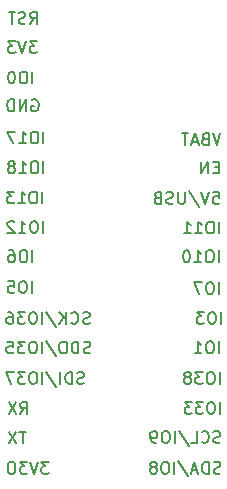
<source format=gbr>
%TF.GenerationSoftware,KiCad,Pcbnew,(5.1.9)-1*%
%TF.CreationDate,2021-03-23T20:34:14-07:00*%
%TF.ProjectId,Keyboard Proto,4b657962-6f61-4726-9420-50726f746f2e,rev?*%
%TF.SameCoordinates,Original*%
%TF.FileFunction,Legend,Bot*%
%TF.FilePolarity,Positive*%
%FSLAX46Y46*%
G04 Gerber Fmt 4.6, Leading zero omitted, Abs format (unit mm)*
G04 Created by KiCad (PCBNEW (5.1.9)-1) date 2021-03-23 20:34:14*
%MOMM*%
%LPD*%
G01*
G04 APERTURE LIST*
%ADD10C,0.150000*%
G04 APERTURE END LIST*
D10*
X114914157Y-69315080D02*
X114580823Y-70315080D01*
X114247490Y-69315080D01*
X113580823Y-69791271D02*
X113437966Y-69838890D01*
X113390347Y-69886509D01*
X113342728Y-69981747D01*
X113342728Y-70124604D01*
X113390347Y-70219842D01*
X113437966Y-70267461D01*
X113533204Y-70315080D01*
X113914157Y-70315080D01*
X113914157Y-69315080D01*
X113580823Y-69315080D01*
X113485585Y-69362700D01*
X113437966Y-69410319D01*
X113390347Y-69505557D01*
X113390347Y-69600795D01*
X113437966Y-69696033D01*
X113485585Y-69743652D01*
X113580823Y-69791271D01*
X113914157Y-69791271D01*
X112961776Y-70029366D02*
X112485585Y-70029366D01*
X113057014Y-70315080D02*
X112723680Y-69315080D01*
X112390347Y-70315080D01*
X112199871Y-69315080D02*
X111628442Y-69315080D01*
X111914157Y-70315080D02*
X111914157Y-69315080D01*
X114745995Y-72204271D02*
X114412661Y-72204271D01*
X114269804Y-72728080D02*
X114745995Y-72728080D01*
X114745995Y-71728080D01*
X114269804Y-71728080D01*
X113841233Y-72728080D02*
X113841233Y-71728080D01*
X113269804Y-72728080D01*
X113269804Y-71728080D01*
X114291785Y-74293480D02*
X114767976Y-74293480D01*
X114815595Y-74769671D01*
X114767976Y-74722052D01*
X114672738Y-74674433D01*
X114434642Y-74674433D01*
X114339404Y-74722052D01*
X114291785Y-74769671D01*
X114244166Y-74864909D01*
X114244166Y-75103004D01*
X114291785Y-75198242D01*
X114339404Y-75245861D01*
X114434642Y-75293480D01*
X114672738Y-75293480D01*
X114767976Y-75245861D01*
X114815595Y-75198242D01*
X113958452Y-74293480D02*
X113625119Y-75293480D01*
X113291785Y-74293480D01*
X112244166Y-74245861D02*
X113101309Y-75531576D01*
X111910833Y-74293480D02*
X111910833Y-75103004D01*
X111863214Y-75198242D01*
X111815595Y-75245861D01*
X111720357Y-75293480D01*
X111529880Y-75293480D01*
X111434642Y-75245861D01*
X111387023Y-75198242D01*
X111339404Y-75103004D01*
X111339404Y-74293480D01*
X110910833Y-75245861D02*
X110767976Y-75293480D01*
X110529880Y-75293480D01*
X110434642Y-75245861D01*
X110387023Y-75198242D01*
X110339404Y-75103004D01*
X110339404Y-75007766D01*
X110387023Y-74912528D01*
X110434642Y-74864909D01*
X110529880Y-74817290D01*
X110720357Y-74769671D01*
X110815595Y-74722052D01*
X110863214Y-74674433D01*
X110910833Y-74579195D01*
X110910833Y-74483957D01*
X110863214Y-74388719D01*
X110815595Y-74341100D01*
X110720357Y-74293480D01*
X110482261Y-74293480D01*
X110339404Y-74341100D01*
X109577500Y-74769671D02*
X109434642Y-74817290D01*
X109387023Y-74864909D01*
X109339404Y-74960147D01*
X109339404Y-75103004D01*
X109387023Y-75198242D01*
X109434642Y-75245861D01*
X109529880Y-75293480D01*
X109910833Y-75293480D01*
X109910833Y-74293480D01*
X109577500Y-74293480D01*
X109482261Y-74341100D01*
X109434642Y-74388719D01*
X109387023Y-74483957D01*
X109387023Y-74579195D01*
X109434642Y-74674433D01*
X109482261Y-74722052D01*
X109577500Y-74769671D01*
X109910833Y-74769671D01*
X114810990Y-77808080D02*
X114810990Y-76808080D01*
X114144323Y-76808080D02*
X113953847Y-76808080D01*
X113858609Y-76855700D01*
X113763371Y-76950938D01*
X113715752Y-77141414D01*
X113715752Y-77474747D01*
X113763371Y-77665223D01*
X113858609Y-77760461D01*
X113953847Y-77808080D01*
X114144323Y-77808080D01*
X114239561Y-77760461D01*
X114334800Y-77665223D01*
X114382419Y-77474747D01*
X114382419Y-77141414D01*
X114334800Y-76950938D01*
X114239561Y-76855700D01*
X114144323Y-76808080D01*
X112763371Y-77808080D02*
X113334800Y-77808080D01*
X113049085Y-77808080D02*
X113049085Y-76808080D01*
X113144323Y-76950938D01*
X113239561Y-77046176D01*
X113334800Y-77093795D01*
X111810990Y-77808080D02*
X112382419Y-77808080D01*
X112096704Y-77808080D02*
X112096704Y-76808080D01*
X112191942Y-76950938D01*
X112287180Y-77046176D01*
X112382419Y-77093795D01*
X114760190Y-80246480D02*
X114760190Y-79246480D01*
X114093523Y-79246480D02*
X113903047Y-79246480D01*
X113807809Y-79294100D01*
X113712571Y-79389338D01*
X113664952Y-79579814D01*
X113664952Y-79913147D01*
X113712571Y-80103623D01*
X113807809Y-80198861D01*
X113903047Y-80246480D01*
X114093523Y-80246480D01*
X114188761Y-80198861D01*
X114284000Y-80103623D01*
X114331619Y-79913147D01*
X114331619Y-79579814D01*
X114284000Y-79389338D01*
X114188761Y-79294100D01*
X114093523Y-79246480D01*
X112712571Y-80246480D02*
X113284000Y-80246480D01*
X112998285Y-80246480D02*
X112998285Y-79246480D01*
X113093523Y-79389338D01*
X113188761Y-79484576D01*
X113284000Y-79532195D01*
X112093523Y-79246480D02*
X111998285Y-79246480D01*
X111903047Y-79294100D01*
X111855428Y-79341719D01*
X111807809Y-79436957D01*
X111760190Y-79627433D01*
X111760190Y-79865528D01*
X111807809Y-80056004D01*
X111855428Y-80151242D01*
X111903047Y-80198861D01*
X111998285Y-80246480D01*
X112093523Y-80246480D01*
X112188761Y-80198861D01*
X112236380Y-80151242D01*
X112284000Y-80056004D01*
X112331619Y-79865528D01*
X112331619Y-79627433D01*
X112284000Y-79436957D01*
X112236380Y-79341719D01*
X112188761Y-79294100D01*
X112093523Y-79246480D01*
X114792000Y-82938880D02*
X114792000Y-81938880D01*
X114125333Y-81938880D02*
X113934857Y-81938880D01*
X113839619Y-81986500D01*
X113744380Y-82081738D01*
X113696761Y-82272214D01*
X113696761Y-82605547D01*
X113744380Y-82796023D01*
X113839619Y-82891261D01*
X113934857Y-82938880D01*
X114125333Y-82938880D01*
X114220571Y-82891261D01*
X114315809Y-82796023D01*
X114363428Y-82605547D01*
X114363428Y-82272214D01*
X114315809Y-82081738D01*
X114220571Y-81986500D01*
X114125333Y-81938880D01*
X113363428Y-81938880D02*
X112696761Y-81938880D01*
X113125333Y-82938880D01*
X114957100Y-85453480D02*
X114957100Y-84453480D01*
X114290433Y-84453480D02*
X114099957Y-84453480D01*
X114004719Y-84501100D01*
X113909480Y-84596338D01*
X113861861Y-84786814D01*
X113861861Y-85120147D01*
X113909480Y-85310623D01*
X114004719Y-85405861D01*
X114099957Y-85453480D01*
X114290433Y-85453480D01*
X114385671Y-85405861D01*
X114480909Y-85310623D01*
X114528528Y-85120147D01*
X114528528Y-84786814D01*
X114480909Y-84596338D01*
X114385671Y-84501100D01*
X114290433Y-84453480D01*
X113528528Y-84453480D02*
X112909480Y-84453480D01*
X113242814Y-84834433D01*
X113099957Y-84834433D01*
X113004719Y-84882052D01*
X112957100Y-84929671D01*
X112909480Y-85024909D01*
X112909480Y-85263004D01*
X112957100Y-85358242D01*
X113004719Y-85405861D01*
X113099957Y-85453480D01*
X113385671Y-85453480D01*
X113480909Y-85405861D01*
X113528528Y-85358242D01*
X114779300Y-87942680D02*
X114779300Y-86942680D01*
X114112633Y-86942680D02*
X113922157Y-86942680D01*
X113826919Y-86990300D01*
X113731680Y-87085538D01*
X113684061Y-87276014D01*
X113684061Y-87609347D01*
X113731680Y-87799823D01*
X113826919Y-87895061D01*
X113922157Y-87942680D01*
X114112633Y-87942680D01*
X114207871Y-87895061D01*
X114303109Y-87799823D01*
X114350728Y-87609347D01*
X114350728Y-87276014D01*
X114303109Y-87085538D01*
X114207871Y-86990300D01*
X114112633Y-86942680D01*
X112731680Y-87942680D02*
X113303109Y-87942680D01*
X113017395Y-87942680D02*
X113017395Y-86942680D01*
X113112633Y-87085538D01*
X113207871Y-87180776D01*
X113303109Y-87228395D01*
X114836390Y-90546180D02*
X114836390Y-89546180D01*
X114169723Y-89546180D02*
X113979247Y-89546180D01*
X113884009Y-89593800D01*
X113788771Y-89689038D01*
X113741152Y-89879514D01*
X113741152Y-90212847D01*
X113788771Y-90403323D01*
X113884009Y-90498561D01*
X113979247Y-90546180D01*
X114169723Y-90546180D01*
X114264961Y-90498561D01*
X114360200Y-90403323D01*
X114407819Y-90212847D01*
X114407819Y-89879514D01*
X114360200Y-89689038D01*
X114264961Y-89593800D01*
X114169723Y-89546180D01*
X113407819Y-89546180D02*
X112788771Y-89546180D01*
X113122104Y-89927133D01*
X112979247Y-89927133D01*
X112884009Y-89974752D01*
X112836390Y-90022371D01*
X112788771Y-90117609D01*
X112788771Y-90355704D01*
X112836390Y-90450942D01*
X112884009Y-90498561D01*
X112979247Y-90546180D01*
X113264961Y-90546180D01*
X113360200Y-90498561D01*
X113407819Y-90450942D01*
X112217342Y-89974752D02*
X112312580Y-89927133D01*
X112360200Y-89879514D01*
X112407819Y-89784276D01*
X112407819Y-89736657D01*
X112360200Y-89641419D01*
X112312580Y-89593800D01*
X112217342Y-89546180D01*
X112026866Y-89546180D01*
X111931628Y-89593800D01*
X111884009Y-89641419D01*
X111836390Y-89736657D01*
X111836390Y-89784276D01*
X111884009Y-89879514D01*
X111931628Y-89927133D01*
X112026866Y-89974752D01*
X112217342Y-89974752D01*
X112312580Y-90022371D01*
X112360200Y-90069990D01*
X112407819Y-90165228D01*
X112407819Y-90355704D01*
X112360200Y-90450942D01*
X112312580Y-90498561D01*
X112217342Y-90546180D01*
X112026866Y-90546180D01*
X111931628Y-90498561D01*
X111884009Y-90450942D01*
X111836390Y-90355704D01*
X111836390Y-90165228D01*
X111884009Y-90069990D01*
X111931628Y-90022371D01*
X112026866Y-89974752D01*
X114874490Y-93086180D02*
X114874490Y-92086180D01*
X114207823Y-92086180D02*
X114017347Y-92086180D01*
X113922109Y-92133800D01*
X113826871Y-92229038D01*
X113779252Y-92419514D01*
X113779252Y-92752847D01*
X113826871Y-92943323D01*
X113922109Y-93038561D01*
X114017347Y-93086180D01*
X114207823Y-93086180D01*
X114303061Y-93038561D01*
X114398300Y-92943323D01*
X114445919Y-92752847D01*
X114445919Y-92419514D01*
X114398300Y-92229038D01*
X114303061Y-92133800D01*
X114207823Y-92086180D01*
X113445919Y-92086180D02*
X112826871Y-92086180D01*
X113160204Y-92467133D01*
X113017347Y-92467133D01*
X112922109Y-92514752D01*
X112874490Y-92562371D01*
X112826871Y-92657609D01*
X112826871Y-92895704D01*
X112874490Y-92990942D01*
X112922109Y-93038561D01*
X113017347Y-93086180D01*
X113303061Y-93086180D01*
X113398300Y-93038561D01*
X113445919Y-92990942D01*
X112493538Y-92086180D02*
X111874490Y-92086180D01*
X112207823Y-92467133D01*
X112064966Y-92467133D01*
X111969728Y-92514752D01*
X111922109Y-92562371D01*
X111874490Y-92657609D01*
X111874490Y-92895704D01*
X111922109Y-92990942D01*
X111969728Y-93038561D01*
X112064966Y-93086180D01*
X112350680Y-93086180D01*
X112445919Y-93038561D01*
X112493538Y-92990942D01*
X114890180Y-95489661D02*
X114747323Y-95537280D01*
X114509228Y-95537280D01*
X114413990Y-95489661D01*
X114366371Y-95442042D01*
X114318752Y-95346804D01*
X114318752Y-95251566D01*
X114366371Y-95156328D01*
X114413990Y-95108709D01*
X114509228Y-95061090D01*
X114699704Y-95013471D01*
X114794942Y-94965852D01*
X114842561Y-94918233D01*
X114890180Y-94822995D01*
X114890180Y-94727757D01*
X114842561Y-94632519D01*
X114794942Y-94584900D01*
X114699704Y-94537280D01*
X114461609Y-94537280D01*
X114318752Y-94584900D01*
X113318752Y-95442042D02*
X113366371Y-95489661D01*
X113509228Y-95537280D01*
X113604466Y-95537280D01*
X113747323Y-95489661D01*
X113842561Y-95394423D01*
X113890180Y-95299185D01*
X113937800Y-95108709D01*
X113937800Y-94965852D01*
X113890180Y-94775376D01*
X113842561Y-94680138D01*
X113747323Y-94584900D01*
X113604466Y-94537280D01*
X113509228Y-94537280D01*
X113366371Y-94584900D01*
X113318752Y-94632519D01*
X112413990Y-95537280D02*
X112890180Y-95537280D01*
X112890180Y-94537280D01*
X111366371Y-94489661D02*
X112223514Y-95775376D01*
X111033038Y-95537280D02*
X111033038Y-94537280D01*
X110366371Y-94537280D02*
X110175895Y-94537280D01*
X110080657Y-94584900D01*
X109985419Y-94680138D01*
X109937800Y-94870614D01*
X109937800Y-95203947D01*
X109985419Y-95394423D01*
X110080657Y-95489661D01*
X110175895Y-95537280D01*
X110366371Y-95537280D01*
X110461609Y-95489661D01*
X110556847Y-95394423D01*
X110604466Y-95203947D01*
X110604466Y-94870614D01*
X110556847Y-94680138D01*
X110461609Y-94584900D01*
X110366371Y-94537280D01*
X109461609Y-95537280D02*
X109271133Y-95537280D01*
X109175895Y-95489661D01*
X109128276Y-95442042D01*
X109033038Y-95299185D01*
X108985419Y-95108709D01*
X108985419Y-94727757D01*
X109033038Y-94632519D01*
X109080657Y-94584900D01*
X109175895Y-94537280D01*
X109366371Y-94537280D01*
X109461609Y-94584900D01*
X109509228Y-94632519D01*
X109556847Y-94727757D01*
X109556847Y-94965852D01*
X109509228Y-95061090D01*
X109461609Y-95108709D01*
X109366371Y-95156328D01*
X109175895Y-95156328D01*
X109080657Y-95108709D01*
X109033038Y-95061090D01*
X108985419Y-94965852D01*
X114901290Y-98093161D02*
X114758433Y-98140780D01*
X114520338Y-98140780D01*
X114425100Y-98093161D01*
X114377480Y-98045542D01*
X114329861Y-97950304D01*
X114329861Y-97855066D01*
X114377480Y-97759828D01*
X114425100Y-97712209D01*
X114520338Y-97664590D01*
X114710814Y-97616971D01*
X114806052Y-97569352D01*
X114853671Y-97521733D01*
X114901290Y-97426495D01*
X114901290Y-97331257D01*
X114853671Y-97236019D01*
X114806052Y-97188400D01*
X114710814Y-97140780D01*
X114472719Y-97140780D01*
X114329861Y-97188400D01*
X113901290Y-98140780D02*
X113901290Y-97140780D01*
X113663195Y-97140780D01*
X113520338Y-97188400D01*
X113425100Y-97283638D01*
X113377480Y-97378876D01*
X113329861Y-97569352D01*
X113329861Y-97712209D01*
X113377480Y-97902685D01*
X113425100Y-97997923D01*
X113520338Y-98093161D01*
X113663195Y-98140780D01*
X113901290Y-98140780D01*
X112948909Y-97855066D02*
X112472719Y-97855066D01*
X113044147Y-98140780D02*
X112710814Y-97140780D01*
X112377480Y-98140780D01*
X111329861Y-97093161D02*
X112187004Y-98378876D01*
X110996528Y-98140780D02*
X110996528Y-97140780D01*
X110329861Y-97140780D02*
X110139385Y-97140780D01*
X110044147Y-97188400D01*
X109948909Y-97283638D01*
X109901290Y-97474114D01*
X109901290Y-97807447D01*
X109948909Y-97997923D01*
X110044147Y-98093161D01*
X110139385Y-98140780D01*
X110329861Y-98140780D01*
X110425100Y-98093161D01*
X110520338Y-97997923D01*
X110567957Y-97807447D01*
X110567957Y-97474114D01*
X110520338Y-97283638D01*
X110425100Y-97188400D01*
X110329861Y-97140780D01*
X109329861Y-97569352D02*
X109425100Y-97521733D01*
X109472719Y-97474114D01*
X109520338Y-97378876D01*
X109520338Y-97331257D01*
X109472719Y-97236019D01*
X109425100Y-97188400D01*
X109329861Y-97140780D01*
X109139385Y-97140780D01*
X109044147Y-97188400D01*
X108996528Y-97236019D01*
X108948909Y-97331257D01*
X108948909Y-97378876D01*
X108996528Y-97474114D01*
X109044147Y-97521733D01*
X109139385Y-97569352D01*
X109329861Y-97569352D01*
X109425100Y-97616971D01*
X109472719Y-97664590D01*
X109520338Y-97759828D01*
X109520338Y-97950304D01*
X109472719Y-98045542D01*
X109425100Y-98093161D01*
X109329861Y-98140780D01*
X109139385Y-98140780D01*
X109044147Y-98093161D01*
X108996528Y-98045542D01*
X108948909Y-97950304D01*
X108948909Y-97759828D01*
X108996528Y-97664590D01*
X109044147Y-97616971D01*
X109139385Y-97569352D01*
X100364704Y-97140780D02*
X99745657Y-97140780D01*
X100078990Y-97521733D01*
X99936133Y-97521733D01*
X99840895Y-97569352D01*
X99793276Y-97616971D01*
X99745657Y-97712209D01*
X99745657Y-97950304D01*
X99793276Y-98045542D01*
X99840895Y-98093161D01*
X99936133Y-98140780D01*
X100221847Y-98140780D01*
X100317085Y-98093161D01*
X100364704Y-98045542D01*
X99459942Y-97140780D02*
X99126609Y-98140780D01*
X98793276Y-97140780D01*
X98555180Y-97140780D02*
X97936133Y-97140780D01*
X98269466Y-97521733D01*
X98126609Y-97521733D01*
X98031371Y-97569352D01*
X97983752Y-97616971D01*
X97936133Y-97712209D01*
X97936133Y-97950304D01*
X97983752Y-98045542D01*
X98031371Y-98093161D01*
X98126609Y-98140780D01*
X98412323Y-98140780D01*
X98507561Y-98093161D01*
X98555180Y-98045542D01*
X97317085Y-97140780D02*
X97126609Y-97140780D01*
X97031371Y-97188400D01*
X96936133Y-97283638D01*
X96888514Y-97474114D01*
X96888514Y-97807447D01*
X96936133Y-97997923D01*
X97031371Y-98093161D01*
X97126609Y-98140780D01*
X97317085Y-98140780D01*
X97412323Y-98093161D01*
X97507561Y-97997923D01*
X97555180Y-97807447D01*
X97555180Y-97474114D01*
X97507561Y-97283638D01*
X97412323Y-97188400D01*
X97317085Y-97140780D01*
X98450304Y-94575380D02*
X97878876Y-94575380D01*
X98164590Y-95575380D02*
X98164590Y-94575380D01*
X97640780Y-94575380D02*
X96974114Y-95575380D01*
X96974114Y-94575380D02*
X97640780Y-95575380D01*
X97969366Y-93073480D02*
X98302700Y-92597290D01*
X98540795Y-93073480D02*
X98540795Y-92073480D01*
X98159842Y-92073480D01*
X98064604Y-92121100D01*
X98016985Y-92168719D01*
X97969366Y-92263957D01*
X97969366Y-92406814D01*
X98016985Y-92502052D01*
X98064604Y-92549671D01*
X98159842Y-92597290D01*
X98540795Y-92597290D01*
X97636033Y-92073480D02*
X96969366Y-93073480D01*
X96969366Y-92073480D02*
X97636033Y-93073480D01*
X103350604Y-90498561D02*
X103207747Y-90546180D01*
X102969652Y-90546180D01*
X102874414Y-90498561D01*
X102826795Y-90450942D01*
X102779176Y-90355704D01*
X102779176Y-90260466D01*
X102826795Y-90165228D01*
X102874414Y-90117609D01*
X102969652Y-90069990D01*
X103160128Y-90022371D01*
X103255366Y-89974752D01*
X103302985Y-89927133D01*
X103350604Y-89831895D01*
X103350604Y-89736657D01*
X103302985Y-89641419D01*
X103255366Y-89593800D01*
X103160128Y-89546180D01*
X102922033Y-89546180D01*
X102779176Y-89593800D01*
X102350604Y-90546180D02*
X102350604Y-89546180D01*
X102112509Y-89546180D01*
X101969652Y-89593800D01*
X101874414Y-89689038D01*
X101826795Y-89784276D01*
X101779176Y-89974752D01*
X101779176Y-90117609D01*
X101826795Y-90308085D01*
X101874414Y-90403323D01*
X101969652Y-90498561D01*
X102112509Y-90546180D01*
X102350604Y-90546180D01*
X101350604Y-90546180D02*
X101350604Y-89546180D01*
X100160128Y-89498561D02*
X101017271Y-90784276D01*
X99826795Y-90546180D02*
X99826795Y-89546180D01*
X99160128Y-89546180D02*
X98969652Y-89546180D01*
X98874414Y-89593800D01*
X98779176Y-89689038D01*
X98731557Y-89879514D01*
X98731557Y-90212847D01*
X98779176Y-90403323D01*
X98874414Y-90498561D01*
X98969652Y-90546180D01*
X99160128Y-90546180D01*
X99255366Y-90498561D01*
X99350604Y-90403323D01*
X99398223Y-90212847D01*
X99398223Y-89879514D01*
X99350604Y-89689038D01*
X99255366Y-89593800D01*
X99160128Y-89546180D01*
X98398223Y-89546180D02*
X97779176Y-89546180D01*
X98112509Y-89927133D01*
X97969652Y-89927133D01*
X97874414Y-89974752D01*
X97826795Y-90022371D01*
X97779176Y-90117609D01*
X97779176Y-90355704D01*
X97826795Y-90450942D01*
X97874414Y-90498561D01*
X97969652Y-90546180D01*
X98255366Y-90546180D01*
X98350604Y-90498561D01*
X98398223Y-90450942D01*
X97445842Y-89546180D02*
X96779176Y-89546180D01*
X97207747Y-90546180D01*
X103890319Y-87907761D02*
X103747461Y-87955380D01*
X103509366Y-87955380D01*
X103414128Y-87907761D01*
X103366509Y-87860142D01*
X103318890Y-87764904D01*
X103318890Y-87669666D01*
X103366509Y-87574428D01*
X103414128Y-87526809D01*
X103509366Y-87479190D01*
X103699842Y-87431571D01*
X103795080Y-87383952D01*
X103842700Y-87336333D01*
X103890319Y-87241095D01*
X103890319Y-87145857D01*
X103842700Y-87050619D01*
X103795080Y-87003000D01*
X103699842Y-86955380D01*
X103461747Y-86955380D01*
X103318890Y-87003000D01*
X102890319Y-87955380D02*
X102890319Y-86955380D01*
X102652223Y-86955380D01*
X102509366Y-87003000D01*
X102414128Y-87098238D01*
X102366509Y-87193476D01*
X102318890Y-87383952D01*
X102318890Y-87526809D01*
X102366509Y-87717285D01*
X102414128Y-87812523D01*
X102509366Y-87907761D01*
X102652223Y-87955380D01*
X102890319Y-87955380D01*
X101699842Y-86955380D02*
X101509366Y-86955380D01*
X101414128Y-87003000D01*
X101318890Y-87098238D01*
X101271271Y-87288714D01*
X101271271Y-87622047D01*
X101318890Y-87812523D01*
X101414128Y-87907761D01*
X101509366Y-87955380D01*
X101699842Y-87955380D01*
X101795080Y-87907761D01*
X101890319Y-87812523D01*
X101937938Y-87622047D01*
X101937938Y-87288714D01*
X101890319Y-87098238D01*
X101795080Y-87003000D01*
X101699842Y-86955380D01*
X100128414Y-86907761D02*
X100985557Y-88193476D01*
X99795080Y-87955380D02*
X99795080Y-86955380D01*
X99128414Y-86955380D02*
X98937938Y-86955380D01*
X98842700Y-87003000D01*
X98747461Y-87098238D01*
X98699842Y-87288714D01*
X98699842Y-87622047D01*
X98747461Y-87812523D01*
X98842700Y-87907761D01*
X98937938Y-87955380D01*
X99128414Y-87955380D01*
X99223652Y-87907761D01*
X99318890Y-87812523D01*
X99366509Y-87622047D01*
X99366509Y-87288714D01*
X99318890Y-87098238D01*
X99223652Y-87003000D01*
X99128414Y-86955380D01*
X98366509Y-86955380D02*
X97747461Y-86955380D01*
X98080795Y-87336333D01*
X97937938Y-87336333D01*
X97842700Y-87383952D01*
X97795080Y-87431571D01*
X97747461Y-87526809D01*
X97747461Y-87764904D01*
X97795080Y-87860142D01*
X97842700Y-87907761D01*
X97937938Y-87955380D01*
X98223652Y-87955380D01*
X98318890Y-87907761D01*
X98366509Y-87860142D01*
X96842700Y-86955380D02*
X97318890Y-86955380D01*
X97366509Y-87431571D01*
X97318890Y-87383952D01*
X97223652Y-87336333D01*
X96985557Y-87336333D01*
X96890319Y-87383952D01*
X96842700Y-87431571D01*
X96795080Y-87526809D01*
X96795080Y-87764904D01*
X96842700Y-87860142D01*
X96890319Y-87907761D01*
X96985557Y-87955380D01*
X97223652Y-87955380D01*
X97318890Y-87907761D01*
X97366509Y-87860142D01*
X103841109Y-85418561D02*
X103698252Y-85466180D01*
X103460157Y-85466180D01*
X103364919Y-85418561D01*
X103317300Y-85370942D01*
X103269680Y-85275704D01*
X103269680Y-85180466D01*
X103317300Y-85085228D01*
X103364919Y-85037609D01*
X103460157Y-84989990D01*
X103650633Y-84942371D01*
X103745871Y-84894752D01*
X103793490Y-84847133D01*
X103841109Y-84751895D01*
X103841109Y-84656657D01*
X103793490Y-84561419D01*
X103745871Y-84513800D01*
X103650633Y-84466180D01*
X103412538Y-84466180D01*
X103269680Y-84513800D01*
X102269680Y-85370942D02*
X102317300Y-85418561D01*
X102460157Y-85466180D01*
X102555395Y-85466180D01*
X102698252Y-85418561D01*
X102793490Y-85323323D01*
X102841109Y-85228085D01*
X102888728Y-85037609D01*
X102888728Y-84894752D01*
X102841109Y-84704276D01*
X102793490Y-84609038D01*
X102698252Y-84513800D01*
X102555395Y-84466180D01*
X102460157Y-84466180D01*
X102317300Y-84513800D01*
X102269680Y-84561419D01*
X101841109Y-85466180D02*
X101841109Y-84466180D01*
X101269680Y-85466180D02*
X101698252Y-84894752D01*
X101269680Y-84466180D02*
X101841109Y-85037609D01*
X100126823Y-84418561D02*
X100983966Y-85704276D01*
X99793490Y-85466180D02*
X99793490Y-84466180D01*
X99126823Y-84466180D02*
X98936347Y-84466180D01*
X98841109Y-84513800D01*
X98745871Y-84609038D01*
X98698252Y-84799514D01*
X98698252Y-85132847D01*
X98745871Y-85323323D01*
X98841109Y-85418561D01*
X98936347Y-85466180D01*
X99126823Y-85466180D01*
X99222061Y-85418561D01*
X99317300Y-85323323D01*
X99364919Y-85132847D01*
X99364919Y-84799514D01*
X99317300Y-84609038D01*
X99222061Y-84513800D01*
X99126823Y-84466180D01*
X98364919Y-84466180D02*
X97745871Y-84466180D01*
X98079204Y-84847133D01*
X97936347Y-84847133D01*
X97841109Y-84894752D01*
X97793490Y-84942371D01*
X97745871Y-85037609D01*
X97745871Y-85275704D01*
X97793490Y-85370942D01*
X97841109Y-85418561D01*
X97936347Y-85466180D01*
X98222061Y-85466180D01*
X98317300Y-85418561D01*
X98364919Y-85370942D01*
X96888728Y-84466180D02*
X97079204Y-84466180D01*
X97174442Y-84513800D01*
X97222061Y-84561419D01*
X97317300Y-84704276D01*
X97364919Y-84894752D01*
X97364919Y-85275704D01*
X97317300Y-85370942D01*
X97269680Y-85418561D01*
X97174442Y-85466180D01*
X96983966Y-85466180D01*
X96888728Y-85418561D01*
X96841109Y-85370942D01*
X96793490Y-85275704D01*
X96793490Y-85037609D01*
X96841109Y-84942371D01*
X96888728Y-84894752D01*
X96983966Y-84847133D01*
X97174442Y-84847133D01*
X97269680Y-84894752D01*
X97317300Y-84942371D01*
X97364919Y-85037609D01*
X98942400Y-82837280D02*
X98942400Y-81837280D01*
X98275733Y-81837280D02*
X98085257Y-81837280D01*
X97990019Y-81884900D01*
X97894780Y-81980138D01*
X97847161Y-82170614D01*
X97847161Y-82503947D01*
X97894780Y-82694423D01*
X97990019Y-82789661D01*
X98085257Y-82837280D01*
X98275733Y-82837280D01*
X98370971Y-82789661D01*
X98466209Y-82694423D01*
X98513828Y-82503947D01*
X98513828Y-82170614D01*
X98466209Y-81980138D01*
X98370971Y-81884900D01*
X98275733Y-81837280D01*
X96942400Y-81837280D02*
X97418590Y-81837280D01*
X97466209Y-82313471D01*
X97418590Y-82265852D01*
X97323352Y-82218233D01*
X97085257Y-82218233D01*
X96990019Y-82265852D01*
X96942400Y-82313471D01*
X96894780Y-82408709D01*
X96894780Y-82646804D01*
X96942400Y-82742042D01*
X96990019Y-82789661D01*
X97085257Y-82837280D01*
X97323352Y-82837280D01*
X97418590Y-82789661D01*
X97466209Y-82742042D01*
X98993200Y-80233780D02*
X98993200Y-79233780D01*
X98326533Y-79233780D02*
X98136057Y-79233780D01*
X98040819Y-79281400D01*
X97945580Y-79376638D01*
X97897961Y-79567114D01*
X97897961Y-79900447D01*
X97945580Y-80090923D01*
X98040819Y-80186161D01*
X98136057Y-80233780D01*
X98326533Y-80233780D01*
X98421771Y-80186161D01*
X98517009Y-80090923D01*
X98564628Y-79900447D01*
X98564628Y-79567114D01*
X98517009Y-79376638D01*
X98421771Y-79281400D01*
X98326533Y-79233780D01*
X97040819Y-79233780D02*
X97231295Y-79233780D01*
X97326533Y-79281400D01*
X97374152Y-79329019D01*
X97469390Y-79471876D01*
X97517009Y-79662352D01*
X97517009Y-80043304D01*
X97469390Y-80138542D01*
X97421771Y-80186161D01*
X97326533Y-80233780D01*
X97136057Y-80233780D01*
X97040819Y-80186161D01*
X96993200Y-80138542D01*
X96945580Y-80043304D01*
X96945580Y-79805209D01*
X96993200Y-79709971D01*
X97040819Y-79662352D01*
X97136057Y-79614733D01*
X97326533Y-79614733D01*
X97421771Y-79662352D01*
X97469390Y-79709971D01*
X97517009Y-79805209D01*
X99875790Y-77757280D02*
X99875790Y-76757280D01*
X99209123Y-76757280D02*
X99018647Y-76757280D01*
X98923409Y-76804900D01*
X98828171Y-76900138D01*
X98780552Y-77090614D01*
X98780552Y-77423947D01*
X98828171Y-77614423D01*
X98923409Y-77709661D01*
X99018647Y-77757280D01*
X99209123Y-77757280D01*
X99304361Y-77709661D01*
X99399600Y-77614423D01*
X99447219Y-77423947D01*
X99447219Y-77090614D01*
X99399600Y-76900138D01*
X99304361Y-76804900D01*
X99209123Y-76757280D01*
X97828171Y-77757280D02*
X98399600Y-77757280D01*
X98113885Y-77757280D02*
X98113885Y-76757280D01*
X98209123Y-76900138D01*
X98304361Y-76995376D01*
X98399600Y-77042995D01*
X97447219Y-76852519D02*
X97399600Y-76804900D01*
X97304361Y-76757280D01*
X97066266Y-76757280D01*
X96971028Y-76804900D01*
X96923409Y-76852519D01*
X96875790Y-76947757D01*
X96875790Y-77042995D01*
X96923409Y-77185852D01*
X97494838Y-77757280D01*
X96875790Y-77757280D01*
X99837690Y-75268080D02*
X99837690Y-74268080D01*
X99171023Y-74268080D02*
X98980547Y-74268080D01*
X98885309Y-74315700D01*
X98790071Y-74410938D01*
X98742452Y-74601414D01*
X98742452Y-74934747D01*
X98790071Y-75125223D01*
X98885309Y-75220461D01*
X98980547Y-75268080D01*
X99171023Y-75268080D01*
X99266261Y-75220461D01*
X99361500Y-75125223D01*
X99409119Y-74934747D01*
X99409119Y-74601414D01*
X99361500Y-74410938D01*
X99266261Y-74315700D01*
X99171023Y-74268080D01*
X97790071Y-75268080D02*
X98361500Y-75268080D01*
X98075785Y-75268080D02*
X98075785Y-74268080D01*
X98171023Y-74410938D01*
X98266261Y-74506176D01*
X98361500Y-74553795D01*
X97456738Y-74268080D02*
X96837690Y-74268080D01*
X97171023Y-74649033D01*
X97028166Y-74649033D01*
X96932928Y-74696652D01*
X96885309Y-74744271D01*
X96837690Y-74839509D01*
X96837690Y-75077604D01*
X96885309Y-75172842D01*
X96932928Y-75220461D01*
X97028166Y-75268080D01*
X97313880Y-75268080D01*
X97409119Y-75220461D01*
X97456738Y-75172842D01*
X99926590Y-72702680D02*
X99926590Y-71702680D01*
X99259923Y-71702680D02*
X99069447Y-71702680D01*
X98974209Y-71750300D01*
X98878971Y-71845538D01*
X98831352Y-72036014D01*
X98831352Y-72369347D01*
X98878971Y-72559823D01*
X98974209Y-72655061D01*
X99069447Y-72702680D01*
X99259923Y-72702680D01*
X99355161Y-72655061D01*
X99450400Y-72559823D01*
X99498019Y-72369347D01*
X99498019Y-72036014D01*
X99450400Y-71845538D01*
X99355161Y-71750300D01*
X99259923Y-71702680D01*
X97878971Y-72702680D02*
X98450400Y-72702680D01*
X98164685Y-72702680D02*
X98164685Y-71702680D01*
X98259923Y-71845538D01*
X98355161Y-71940776D01*
X98450400Y-71988395D01*
X97307542Y-72131252D02*
X97402780Y-72083633D01*
X97450400Y-72036014D01*
X97498019Y-71940776D01*
X97498019Y-71893157D01*
X97450400Y-71797919D01*
X97402780Y-71750300D01*
X97307542Y-71702680D01*
X97117066Y-71702680D01*
X97021828Y-71750300D01*
X96974209Y-71797919D01*
X96926590Y-71893157D01*
X96926590Y-71940776D01*
X96974209Y-72036014D01*
X97021828Y-72083633D01*
X97117066Y-72131252D01*
X97307542Y-72131252D01*
X97402780Y-72178871D01*
X97450400Y-72226490D01*
X97498019Y-72321728D01*
X97498019Y-72512204D01*
X97450400Y-72607442D01*
X97402780Y-72655061D01*
X97307542Y-72702680D01*
X97117066Y-72702680D01*
X97021828Y-72655061D01*
X96974209Y-72607442D01*
X96926590Y-72512204D01*
X96926590Y-72321728D01*
X96974209Y-72226490D01*
X97021828Y-72178871D01*
X97117066Y-72131252D01*
X99926590Y-70175380D02*
X99926590Y-69175380D01*
X99259923Y-69175380D02*
X99069447Y-69175380D01*
X98974209Y-69223000D01*
X98878971Y-69318238D01*
X98831352Y-69508714D01*
X98831352Y-69842047D01*
X98878971Y-70032523D01*
X98974209Y-70127761D01*
X99069447Y-70175380D01*
X99259923Y-70175380D01*
X99355161Y-70127761D01*
X99450400Y-70032523D01*
X99498019Y-69842047D01*
X99498019Y-69508714D01*
X99450400Y-69318238D01*
X99355161Y-69223000D01*
X99259923Y-69175380D01*
X97878971Y-70175380D02*
X98450400Y-70175380D01*
X98164685Y-70175380D02*
X98164685Y-69175380D01*
X98259923Y-69318238D01*
X98355161Y-69413476D01*
X98450400Y-69461095D01*
X97545638Y-69175380D02*
X96878971Y-69175380D01*
X97307542Y-70175380D01*
X98945604Y-66505200D02*
X99040842Y-66457580D01*
X99183700Y-66457580D01*
X99326557Y-66505200D01*
X99421795Y-66600438D01*
X99469414Y-66695676D01*
X99517033Y-66886152D01*
X99517033Y-67029009D01*
X99469414Y-67219485D01*
X99421795Y-67314723D01*
X99326557Y-67409961D01*
X99183700Y-67457580D01*
X99088461Y-67457580D01*
X98945604Y-67409961D01*
X98897985Y-67362342D01*
X98897985Y-67029009D01*
X99088461Y-67029009D01*
X98469414Y-67457580D02*
X98469414Y-66457580D01*
X97897985Y-67457580D01*
X97897985Y-66457580D01*
X97421795Y-67457580D02*
X97421795Y-66457580D01*
X97183700Y-66457580D01*
X97040842Y-66505200D01*
X96945604Y-66600438D01*
X96897985Y-66695676D01*
X96850366Y-66886152D01*
X96850366Y-67029009D01*
X96897985Y-67219485D01*
X96945604Y-67314723D01*
X97040842Y-67409961D01*
X97183700Y-67457580D01*
X97421795Y-67457580D01*
X98993200Y-65108080D02*
X98993200Y-64108080D01*
X98326533Y-64108080D02*
X98136057Y-64108080D01*
X98040819Y-64155700D01*
X97945580Y-64250938D01*
X97897961Y-64441414D01*
X97897961Y-64774747D01*
X97945580Y-64965223D01*
X98040819Y-65060461D01*
X98136057Y-65108080D01*
X98326533Y-65108080D01*
X98421771Y-65060461D01*
X98517009Y-64965223D01*
X98564628Y-64774747D01*
X98564628Y-64441414D01*
X98517009Y-64250938D01*
X98421771Y-64155700D01*
X98326533Y-64108080D01*
X97278914Y-64108080D02*
X97183676Y-64108080D01*
X97088438Y-64155700D01*
X97040819Y-64203319D01*
X96993200Y-64298557D01*
X96945580Y-64489033D01*
X96945580Y-64727128D01*
X96993200Y-64917604D01*
X97040819Y-65012842D01*
X97088438Y-65060461D01*
X97183676Y-65108080D01*
X97278914Y-65108080D01*
X97374152Y-65060461D01*
X97421771Y-65012842D01*
X97469390Y-64917604D01*
X97517009Y-64727128D01*
X97517009Y-64489033D01*
X97469390Y-64298557D01*
X97421771Y-64203319D01*
X97374152Y-64155700D01*
X97278914Y-64108080D01*
X99370995Y-61529980D02*
X98751947Y-61529980D01*
X99085280Y-61910933D01*
X98942423Y-61910933D01*
X98847185Y-61958552D01*
X98799566Y-62006171D01*
X98751947Y-62101409D01*
X98751947Y-62339504D01*
X98799566Y-62434742D01*
X98847185Y-62482361D01*
X98942423Y-62529980D01*
X99228138Y-62529980D01*
X99323376Y-62482361D01*
X99370995Y-62434742D01*
X98466233Y-61529980D02*
X98132900Y-62529980D01*
X97799566Y-61529980D01*
X97561471Y-61529980D02*
X96942423Y-61529980D01*
X97275757Y-61910933D01*
X97132900Y-61910933D01*
X97037661Y-61958552D01*
X96990042Y-62006171D01*
X96942423Y-62101409D01*
X96942423Y-62339504D01*
X96990042Y-62434742D01*
X97037661Y-62482361D01*
X97132900Y-62529980D01*
X97418614Y-62529980D01*
X97513852Y-62482361D01*
X97561471Y-62434742D01*
X98782119Y-60053480D02*
X99115452Y-59577290D01*
X99353547Y-60053480D02*
X99353547Y-59053480D01*
X98972595Y-59053480D01*
X98877357Y-59101100D01*
X98829738Y-59148719D01*
X98782119Y-59243957D01*
X98782119Y-59386814D01*
X98829738Y-59482052D01*
X98877357Y-59529671D01*
X98972595Y-59577290D01*
X99353547Y-59577290D01*
X98401166Y-60005861D02*
X98258309Y-60053480D01*
X98020214Y-60053480D01*
X97924976Y-60005861D01*
X97877357Y-59958242D01*
X97829738Y-59863004D01*
X97829738Y-59767766D01*
X97877357Y-59672528D01*
X97924976Y-59624909D01*
X98020214Y-59577290D01*
X98210690Y-59529671D01*
X98305928Y-59482052D01*
X98353547Y-59434433D01*
X98401166Y-59339195D01*
X98401166Y-59243957D01*
X98353547Y-59148719D01*
X98305928Y-59101100D01*
X98210690Y-59053480D01*
X97972595Y-59053480D01*
X97829738Y-59101100D01*
X97544023Y-59053480D02*
X96972595Y-59053480D01*
X97258309Y-60053480D02*
X97258309Y-59053480D01*
M02*

</source>
